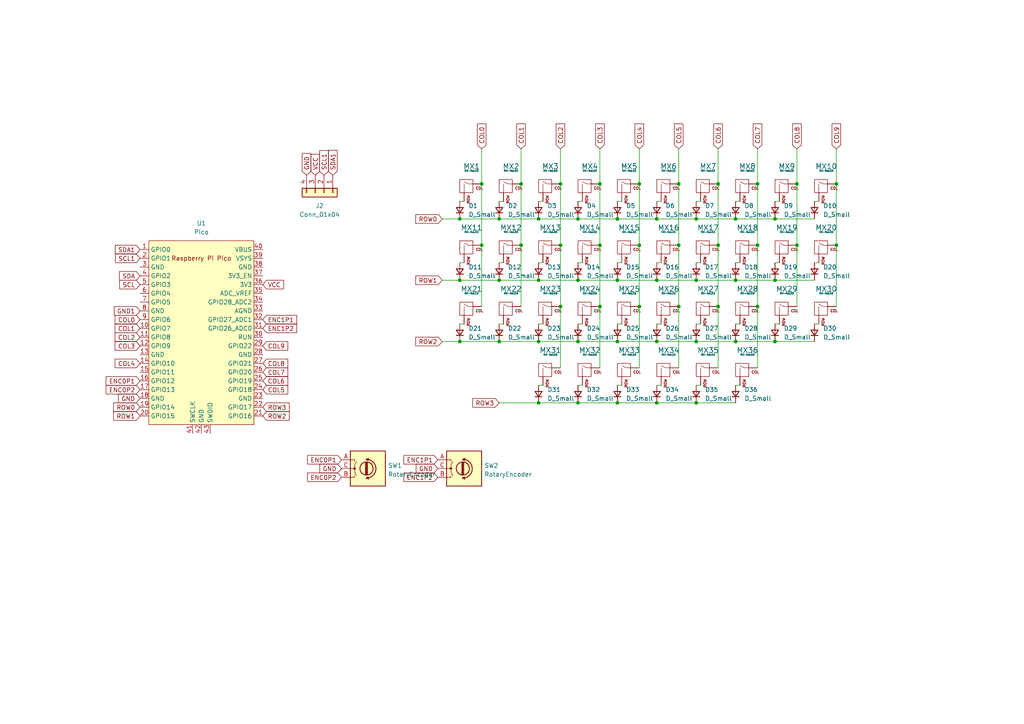
<source format=kicad_sch>
(kicad_sch (version 20211123) (generator eeschema)
  (paper "A4")
  (lib_symbols
    (symbol "Connector_Generic:Conn_01x04" (pin_names (offset 1.016) hide)
      (property "Reference" "J" (at 0 5.08 0))
      (property "Value" "Conn_01x04" (at 0 -7.62 0))
      (symbol "Conn_01x04_1_1"
        (rectangle (start -1.27 -4.953) (end 0 -5.207) (stroke (width 0.1524)))
        (rectangle (start -1.27 -2.413) (end 0 -2.667) (stroke (width 0.1524)))
        (rectangle (start -1.27 0.127) (end 0 -0.127) (stroke (width 0.1524)))
        (rectangle (start -1.27 2.667) (end 0 2.413) (stroke (width 0.1524)))
        (rectangle (start -1.27 3.81) (end 1.27 -6.35) (stroke (width 0.254)) (fill (type background)))
        (pin passive line (at -5.08 2.54 0) (length 3.81) (name "Pin_1") (number "1"))
        (pin passive line (at -5.08 0 0) (length 3.81) (name "Pin_2") (number "2"))
        (pin passive line (at -5.08 -2.54 0) (length 3.81) (name "Pin_3") (number "3"))
        (pin passive line (at -5.08 -5.08 0) (length 3.81) (name "Pin_4") (number "4"))
      )
    )
    (symbol "Device:D_Small" (pin_numbers hide) (pin_names (offset 0.254) hide)
      (property "Reference" "D" (at -1.27 2.032 0))
      (property "Value" "D_Small" (at -3.81 -2.032 0))
      (symbol "D_Small_0_1"
        (polyline (pts (xy -0.762 -1.016) (xy -0.762 1.016)) (stroke (width 0.254)))
        (polyline (pts (xy -0.762 0) (xy 0.762 0)))
        (polyline (pts (xy 0.762 -1.016) (xy -0.762 0) (xy 0.762 1.016) (xy 0.762 -1.016)) (stroke (width 0.254)))
      )
      (symbol "D_Small_1_1"
        (pin passive line (at -2.54 0 0) (length 1.778) (name "K") (number "1"))
        (pin passive line (at 2.54 0 180) (length 1.778) (name "A") (number "2"))
      )
    )
    (symbol "Device:RotaryEncoder" (pin_names (offset 0.254) hide)
      (property "Reference" "SW" (at 0 6.604 0))
      (property "Value" "RotaryEncoder" (at 0 -6.604 0))
      (symbol "RotaryEncoder_0_1"
        (rectangle (start -5.08 5.08) (end 5.08 -5.08) (stroke (width 0.254)) (fill (type background)))
        (circle (center -3.81 0) (radius 0.254) (fill (type outline)))
        (arc (start -0.381 -2.794) (mid 2.3622 -0.0508) (end -0.381 2.667) (stroke (width 0.254)))
        (circle (center -0.381 0) (radius 1.905) (stroke (width 0.254)))
        (polyline (pts (xy -0.635 -1.778) (xy -0.635 1.778)) (stroke (width 0.254)))
        (polyline (pts (xy -0.381 -1.778) (xy -0.381 1.778)) (stroke (width 0.254)))
        (polyline (pts (xy -0.127 1.778) (xy -0.127 -1.778)) (stroke (width 0.254)))
        (polyline (pts (xy -5.08 -2.54) (xy -3.81 -2.54) (xy -3.81 -2.032)))
        (polyline (pts (xy -5.08 2.54) (xy -3.81 2.54) (xy -3.81 2.032)))
        (polyline (pts (xy 0.254 -3.048) (xy -0.508 -2.794) (xy 0.127 -2.413)) (stroke (width 0.254)))
        (polyline (pts (xy 0.254 2.921) (xy -0.508 2.667) (xy 0.127 2.286)) (stroke (width 0.254)))
        (polyline (pts (xy -5.08 0) (xy -3.81 0) (xy -3.81 -1.016) (xy -3.302 -2.032)))
        (polyline (pts (xy -4.318 0) (xy -3.81 0) (xy -3.81 1.016) (xy -3.302 2.032)))
      )
      (symbol "RotaryEncoder_1_1"
        (pin passive line (at -7.62 2.54 0) (length 2.54) (name "A") (number "A"))
        (pin passive line (at -7.62 -2.54 0) (length 2.54) (name "B") (number "B"))
        (pin passive line (at -7.62 0 0) (length 2.54) (name "C") (number "C"))
      )
    )
    (symbol "MCU_RaspberryPi_and_Boards:Pico"
      (property "Reference" "U" (at -13.97 27.94 0))
      (property "Value" "Pico" (at 0 19.05 0))
      (symbol "Pico_0_0"
        (text "Raspberry Pi Pico" (at 0 21.59 0) (effects (font (size 1.27 1.27))))
      )
      (symbol "Pico_0_1"
        (rectangle (start -15.24 26.67) (end 15.24 -26.67) (fill (type background)))
      )
      (symbol "Pico_1_1"
        (pin bidirectional line (at -17.78 24.13 0) (length 2.54) (name "GPIO0") (number "1"))
        (pin bidirectional line (at -17.78 1.27 0) (length 2.54) (name "GPIO7") (number "10"))
        (pin bidirectional line (at -17.78 -1.27 0) (length 2.54) (name "GPIO8") (number "11"))
        (pin bidirectional line (at -17.78 -3.81 0) (length 2.54) (name "GPIO9") (number "12"))
        (pin power_in line (at -17.78 -6.35 0) (length 2.54) (name "GND") (number "13"))
        (pin bidirectional line (at -17.78 -8.89 0) (length 2.54) (name "GPIO10") (number "14"))
        (pin bidirectional line (at -17.78 -11.43 0) (length 2.54) (name "GPIO11") (number "15"))
        (pin bidirectional line (at -17.78 -13.97 0) (length 2.54) (name "GPIO12") (number "16"))
        (pin bidirectional line (at -17.78 -16.51 0) (length 2.54) (name "GPIO13") (number "17"))
        (pin power_in line (at -17.78 -19.05 0) (length 2.54) (name "GND") (number "18"))
        (pin bidirectional line (at -17.78 -21.59 0) (length 2.54) (name "GPIO14") (number "19"))
        (pin bidirectional line (at -17.78 21.59 0) (length 2.54) (name "GPIO1") (number "2"))
        (pin bidirectional line (at -17.78 -24.13 0) (length 2.54) (name "GPIO15") (number "20"))
        (pin bidirectional line (at 17.78 -24.13 180) (length 2.54) (name "GPIO16") (number "21"))
        (pin bidirectional line (at 17.78 -21.59 180) (length 2.54) (name "GPIO17") (number "22"))
        (pin power_in line (at 17.78 -19.05 180) (length 2.54) (name "GND") (number "23"))
        (pin bidirectional line (at 17.78 -16.51 180) (length 2.54) (name "GPIO18") (number "24"))
        (pin bidirectional line (at 17.78 -13.97 180) (length 2.54) (name "GPIO19") (number "25"))
        (pin bidirectional line (at 17.78 -11.43 180) (length 2.54) (name "GPIO20") (number "26"))
        (pin bidirectional line (at 17.78 -8.89 180) (length 2.54) (name "GPIO21") (number "27"))
        (pin power_in line (at 17.78 -6.35 180) (length 2.54) (name "GND") (number "28"))
        (pin bidirectional line (at 17.78 -3.81 180) (length 2.54) (name "GPIO22") (number "29"))
        (pin power_in line (at -17.78 19.05 0) (length 2.54) (name "GND") (number "3"))
        (pin input line (at 17.78 -1.27 180) (length 2.54) (name "RUN") (number "30"))
        (pin bidirectional line (at 17.78 1.27 180) (length 2.54) (name "GPIO26_ADC0") (number "31"))
        (pin bidirectional line (at 17.78 3.81 180) (length 2.54) (name "GPIO27_ADC1") (number "32"))
        (pin power_in line (at 17.78 6.35 180) (length 2.54) (name "AGND") (number "33"))
        (pin bidirectional line (at 17.78 8.89 180) (length 2.54) (name "GPIO28_ADC2") (number "34"))
        (pin power_in line (at 17.78 11.43 180) (length 2.54) (name "ADC_VREF") (number "35"))
        (pin power_in line (at 17.78 13.97 180) (length 2.54) (name "3V3") (number "36"))
        (pin input line (at 17.78 16.51 180) (length 2.54) (name "3V3_EN") (number "37"))
        (pin bidirectional line (at 17.78 19.05 180) (length 2.54) (name "GND") (number "38"))
        (pin power_in line (at 17.78 21.59 180) (length 2.54) (name "VSYS") (number "39"))
        (pin bidirectional line (at -17.78 16.51 0) (length 2.54) (name "GPIO2") (number "4"))
        (pin power_in line (at 17.78 24.13 180) (length 2.54) (name "VBUS") (number "40"))
        (pin input line (at -2.54 -29.21 90) (length 2.54) (name "SWCLK") (number "41"))
        (pin power_in line (at 0 -29.21 90) (length 2.54) (name "GND") (number "42"))
        (pin bidirectional line (at 2.54 -29.21 90) (length 2.54) (name "SWDIO") (number "43"))
        (pin bidirectional line (at -17.78 13.97 0) (length 2.54) (name "GPIO3") (number "5"))
        (pin bidirectional line (at -17.78 11.43 0) (length 2.54) (name "GPIO4") (number "6"))
        (pin bidirectional line (at -17.78 8.89 0) (length 2.54) (name "GPIO5") (number "7"))
        (pin power_in line (at -17.78 6.35 0) (length 2.54) (name "GND") (number "8"))
        (pin bidirectional line (at -17.78 3.81 0) (length 2.54) (name "GPIO6") (number "9"))
      )
    )
    (symbol "MX_Alps_Hybrid:MX-NoLED" (pin_names (offset 1.016))
      (property "Reference" "MX" (at -0.635 3.81 0))
      (property "Value" "MX-NoLED" (at -0.635 1.27 0))
      (symbol "MX-NoLED_0_0"
        (rectangle (start -2.54 2.54) (end 1.27 -1.27))
        (polyline (pts (xy -1.27 -1.27) (xy -1.27 1.27)) (stroke (width 0.127)))
        (polyline (pts (xy 1.27 1.27) (xy 0 1.27) (xy -1.27 1.905)) (stroke (width 0.127)))
        (text "COL" (at 3.175 0 0) (effects (font (size 0.762 0.762))))
        (text "ROW" (at 0 -1.905 900) (effects (font (size 0.762 0.762)) (justify right)))
      )
      (symbol "MX-NoLED_1_1"
        (pin passive line (at 3.81 1.27 180) (length 2.54) (name "COL") (number "1"))
        (pin passive line (at -1.27 -3.81 90) (length 2.54) (name "ROW") (number "2"))
      )
    )
  )
  (junction (at 179.07 81.28))
  (junction (at 144.78 99.06))
  (junction (at 156.21 116.84))
  (junction (at 167.64 99.06))
  (junction (at 190.5 116.84))
  (junction (at 224.79 99.06))
  (junction (at 139.7 53.34))
  (junction (at 173.99 71.12))
  (junction (at 167.64 81.28))
  (junction (at 139.7 71.12))
  (junction (at 173.99 88.9))
  (junction (at 167.64 116.84))
  (junction (at 179.07 63.5))
  (junction (at 179.07 116.84))
  (junction (at 213.36 81.28))
  (junction (at 167.64 63.5))
  (junction (at 190.5 63.5))
  (junction (at 133.35 99.06))
  (junction (at 219.71 88.9))
  (junction (at 208.28 53.34))
  (junction (at 185.42 53.34))
  (junction (at 156.21 99.06))
  (junction (at 242.57 53.34))
  (junction (at 219.71 53.34))
  (junction (at 144.78 63.5))
  (junction (at 133.35 63.5))
  (junction (at 179.07 99.06))
  (junction (at 162.56 88.9))
  (junction (at 190.5 81.28))
  (junction (at 213.36 63.5))
  (junction (at 151.13 71.12))
  (junction (at 201.93 63.5))
  (junction (at 156.21 81.28))
  (junction (at 231.14 71.12))
  (junction (at 219.71 71.12))
  (junction (at 201.93 116.84))
  (junction (at 185.42 71.12))
  (junction (at 208.28 88.9))
  (junction (at 162.56 71.12))
  (junction (at 151.13 53.34))
  (junction (at 196.85 53.34))
  (junction (at 201.93 99.06))
  (junction (at 242.57 71.12))
  (junction (at 190.5 99.06))
  (junction (at 224.79 81.28))
  (junction (at 156.21 63.5))
  (junction (at 224.79 63.5))
  (junction (at 133.35 81.28))
  (junction (at 196.85 71.12))
  (junction (at 201.93 81.28))
  (junction (at 144.78 81.28))
  (junction (at 185.42 88.9))
  (junction (at 162.56 53.34))
  (junction (at 231.14 53.34))
  (junction (at 196.85 88.9))
  (junction (at 208.28 71.12))
  (junction (at 213.36 99.06))
  (junction (at 173.99 53.34))
  (wire (pts (xy 208.28 71.12) (xy 208.28 88.9)))
  (wire (pts (xy 144.78 58.42) (xy 146.05 58.42)))
  (wire (pts (xy 231.14 53.34) (xy 231.14 71.12)))
  (wire (pts (xy 190.5 99.06) (xy 201.93 99.06)))
  (wire (pts (xy 201.93 111.76) (xy 203.2 111.76)))
  (wire (pts (xy 242.57 71.12) (xy 242.57 88.9)))
  (wire (pts (xy 179.07 58.42) (xy 180.34 58.42)))
  (wire (pts (xy 173.99 88.9) (xy 173.99 106.68)))
  (wire (pts (xy 179.07 111.76) (xy 180.34 111.76)))
  (wire (pts (xy 162.56 88.9) (xy 162.56 106.68)))
  (wire (pts (xy 167.64 111.76) (xy 168.91 111.76)))
  (wire (pts (xy 167.64 76.2) (xy 168.91 76.2)))
  (wire (pts (xy 201.93 116.84) (xy 213.36 116.84)))
  (wire (pts (xy 201.93 93.98) (xy 203.2 93.98)))
  (wire (pts (xy 231.14 43.18) (xy 231.14 53.34)))
  (wire (pts (xy 162.56 71.12) (xy 162.56 88.9)))
  (wire (pts (xy 167.64 81.28) (xy 179.07 81.28)))
  (wire (pts (xy 151.13 43.18) (xy 151.13 53.34)))
  (wire (pts (xy 208.28 53.34) (xy 208.28 71.12)))
  (wire (pts (xy 139.7 71.12) (xy 139.7 88.9)))
  (wire (pts (xy 156.21 58.42) (xy 157.48 58.42)))
  (wire (pts (xy 156.21 116.84) (xy 167.64 116.84)))
  (wire (pts (xy 179.07 81.28) (xy 190.5 81.28)))
  (wire (pts (xy 156.21 63.5) (xy 167.64 63.5)))
  (wire (pts (xy 133.35 58.42) (xy 134.62 58.42)))
  (wire (pts (xy 190.5 93.98) (xy 191.77 93.98)))
  (wire (pts (xy 236.22 76.2) (xy 237.49 76.2)))
  (wire (pts (xy 167.64 116.84) (xy 179.07 116.84)))
  (wire (pts (xy 201.93 63.5) (xy 213.36 63.5)))
  (wire (pts (xy 167.64 99.06) (xy 179.07 99.06)))
  (wire (pts (xy 208.28 88.9) (xy 208.28 106.68)))
  (wire (pts (xy 133.35 93.98) (xy 134.62 93.98)))
  (wire (pts (xy 236.22 93.98) (xy 237.49 93.98)))
  (wire (pts (xy 179.07 76.2) (xy 180.34 76.2)))
  (wire (pts (xy 196.85 71.12) (xy 196.85 88.9)))
  (wire (pts (xy 173.99 71.12) (xy 173.99 88.9)))
  (wire (pts (xy 179.07 116.84) (xy 190.5 116.84)))
  (wire (pts (xy 224.79 76.2) (xy 226.06 76.2)))
  (wire (pts (xy 128.27 63.5) (xy 133.35 63.5)))
  (wire (pts (xy 156.21 81.28) (xy 167.64 81.28)))
  (wire (pts (xy 133.35 81.28) (xy 144.78 81.28)))
  (wire (pts (xy 162.56 43.18) (xy 162.56 53.34)))
  (wire (pts (xy 213.36 111.76) (xy 214.63 111.76)))
  (wire (pts (xy 201.93 99.06) (xy 213.36 99.06)))
  (wire (pts (xy 185.42 88.9) (xy 185.42 106.68)))
  (wire (pts (xy 201.93 58.42) (xy 203.2 58.42)))
  (wire (pts (xy 213.36 76.2) (xy 214.63 76.2)))
  (wire (pts (xy 156.21 93.98) (xy 157.48 93.98)))
  (wire (pts (xy 139.7 43.18) (xy 139.7 53.34)))
  (wire (pts (xy 144.78 81.28) (xy 156.21 81.28)))
  (wire (pts (xy 236.22 58.42) (xy 237.49 58.42)))
  (wire (pts (xy 224.79 58.42) (xy 226.06 58.42)))
  (wire (pts (xy 162.56 53.34) (xy 162.56 71.12)))
  (wire (pts (xy 219.71 53.34) (xy 219.71 71.12)))
  (wire (pts (xy 156.21 99.06) (xy 167.64 99.06)))
  (wire (pts (xy 219.71 43.18) (xy 219.71 53.34)))
  (wire (pts (xy 201.93 76.2) (xy 203.2 76.2)))
  (wire (pts (xy 190.5 81.28) (xy 201.93 81.28)))
  (wire (pts (xy 128.27 81.28) (xy 133.35 81.28)))
  (wire (pts (xy 190.5 116.84) (xy 201.93 116.84)))
  (wire (pts (xy 196.85 53.34) (xy 196.85 71.12)))
  (wire (pts (xy 133.35 63.5) (xy 144.78 63.5)))
  (wire (pts (xy 224.79 93.98) (xy 226.06 93.98)))
  (wire (pts (xy 156.21 76.2) (xy 157.48 76.2)))
  (wire (pts (xy 190.5 76.2) (xy 191.77 76.2)))
  (wire (pts (xy 185.42 71.12) (xy 185.42 88.9)))
  (wire (pts (xy 219.71 71.12) (xy 219.71 88.9)))
  (wire (pts (xy 173.99 53.34) (xy 173.99 71.12)))
  (wire (pts (xy 190.5 58.42) (xy 191.77 58.42)))
  (wire (pts (xy 213.36 93.98) (xy 214.63 93.98)))
  (wire (pts (xy 144.78 99.06) (xy 156.21 99.06)))
  (wire (pts (xy 196.85 43.18) (xy 196.85 53.34)))
  (wire (pts (xy 224.79 81.28) (xy 236.22 81.28)))
  (wire (pts (xy 128.27 99.06) (xy 133.35 99.06)))
  (wire (pts (xy 133.35 99.06) (xy 144.78 99.06)))
  (wire (pts (xy 167.64 63.5) (xy 179.07 63.5)))
  (wire (pts (xy 179.07 99.06) (xy 190.5 99.06)))
  (wire (pts (xy 139.7 53.34) (xy 139.7 71.12)))
  (wire (pts (xy 151.13 71.12) (xy 151.13 88.9)))
  (wire (pts (xy 213.36 99.06) (xy 224.79 99.06)))
  (wire (pts (xy 196.85 88.9) (xy 196.85 106.68)))
  (wire (pts (xy 213.36 81.28) (xy 224.79 81.28)))
  (wire (pts (xy 224.79 99.06) (xy 236.22 99.06)))
  (wire (pts (xy 173.99 43.18) (xy 173.99 53.34)))
  (wire (pts (xy 144.78 93.98) (xy 146.05 93.98)))
  (wire (pts (xy 224.79 63.5) (xy 236.22 63.5)))
  (wire (pts (xy 185.42 53.34) (xy 185.42 71.12)))
  (wire (pts (xy 190.5 63.5) (xy 201.93 63.5)))
  (wire (pts (xy 144.78 116.84) (xy 156.21 116.84)))
  (wire (pts (xy 231.14 71.12) (xy 231.14 88.9)))
  (wire (pts (xy 208.28 43.18) (xy 208.28 53.34)))
  (wire (pts (xy 213.36 58.42) (xy 214.63 58.42)))
  (wire (pts (xy 144.78 63.5) (xy 156.21 63.5)))
  (wire (pts (xy 219.71 88.9) (xy 219.71 106.68)))
  (wire (pts (xy 144.78 76.2) (xy 146.05 76.2)))
  (wire (pts (xy 167.64 93.98) (xy 168.91 93.98)))
  (wire (pts (xy 190.5 111.76) (xy 191.77 111.76)))
  (wire (pts (xy 156.21 111.76) (xy 157.48 111.76)))
  (wire (pts (xy 151.13 53.34) (xy 151.13 71.12)))
  (wire (pts (xy 179.07 93.98) (xy 180.34 93.98)))
  (wire (pts (xy 167.64 58.42) (xy 168.91 58.42)))
  (wire (pts (xy 185.42 43.18) (xy 185.42 53.34)))
  (wire (pts (xy 242.57 43.18) (xy 242.57 53.34)))
  (wire (pts (xy 133.35 76.2) (xy 134.62 76.2)))
  (wire (pts (xy 179.07 63.5) (xy 190.5 63.5)))
  (wire (pts (xy 201.93 81.28) (xy 213.36 81.28)))
  (wire (pts (xy 213.36 63.5) (xy 224.79 63.5)))
  (wire (pts (xy 242.57 53.34) (xy 242.57 71.12)))
  (global_label "COL9" (shape input) (at 76.2 100.33 0) (property "Intersheet References" "${INTERSHEET_REFS}" (effects hide)))
  (global_label "ROW2" (shape input) (at 128.27 99.06 180) (property "Intersheet References" "${INTERSHEET_REFS}" (effects hide)))
  (global_label "COL1" (shape input) (at 40.64 95.25 180) (property "Intersheet References" "${INTERSHEET_REFS}" (effects hide)))
  (global_label "COL5" (shape input) (at 196.85 43.18 90) (property "Intersheet References" "${INTERSHEET_REFS}" (effects hide)))
  (global_label "COL8" (shape input) (at 231.14 43.18 90) (property "Intersheet References" "${INTERSHEET_REFS}" (effects hide)))
  (global_label "GND" (shape input) (at 99.06 135.89 180) (property "Intersheet References" "${INTERSHEET_REFS}" (effects hide)))
  (global_label "SCL1" (shape input) (at 40.64 74.93 180) (property "Intersheet References" "${INTERSHEET_REFS}" (effects hide)))
  (global_label "SCL1" (shape input) (at 93.98 50.8 90) (property "Intersheet References" "${INTERSHEET_REFS}" (effects hide)))
  (global_label "COL2" (shape input) (at 40.64 97.79 180) (property "Intersheet References" "${INTERSHEET_REFS}" (effects hide)))
  (global_label "SDA1" (shape input) (at 96.52 50.8 90) (property "Intersheet References" "${INTERSHEET_REFS}" (effects hide)))
  (global_label "COL6" (shape input) (at 208.28 43.18 90) (property "Intersheet References" "${INTERSHEET_REFS}" (effects hide)))
  (global_label "ENC0P1" (shape input) (at 99.06 133.35 180) (property "Intersheet References" "${INTERSHEET_REFS}" (effects hide)))
  (global_label "COL6" (shape input) (at 76.2 110.49 0) (property "Intersheet References" "${INTERSHEET_REFS}" (effects hide)))
  (global_label "COL9" (shape input) (at 242.57 43.18 90) (property "Intersheet References" "${INTERSHEET_REFS}" (effects hide)))
  (global_label "ENC1P2" (shape input) (at 127 138.43 180) (property "Intersheet References" "${INTERSHEET_REFS}" (effects hide)))
  (global_label "ROW3" (shape input) (at 76.2 118.11 0) (property "Intersheet References" "${INTERSHEET_REFS}" (effects hide)))
  (global_label "COL7" (shape input) (at 76.2 107.95 0) (property "Intersheet References" "${INTERSHEET_REFS}" (effects hide)))
  (global_label "COL8" (shape input) (at 76.2 105.41 0) (property "Intersheet References" "${INTERSHEET_REFS}" (effects hide)))
  (global_label "COL1" (shape input) (at 151.13 43.18 90) (property "Intersheet References" "${INTERSHEET_REFS}" (effects hide)))
  (global_label "COL3" (shape input) (at 40.64 100.33 180) (property "Intersheet References" "${INTERSHEET_REFS}" (effects hide)))
  (global_label "ROW2" (shape input) (at 76.2 120.65 0) (property "Intersheet References" "${INTERSHEET_REFS}" (effects hide)))
  (global_label "ROW1" (shape input) (at 128.27 81.28 180) (property "Intersheet References" "${INTERSHEET_REFS}" (effects hide)))
  (global_label "SCL" (shape input) (at 40.64 82.55 180) (property "Intersheet References" "${INTERSHEET_REFS}" (effects hide)))
  (global_label "ENC0P2" (shape input) (at 99.06 138.43 180) (property "Intersheet References" "${INTERSHEET_REFS}" (effects hide)))
  (global_label "ENC0P2" (shape input) (at 40.64 113.03 180) (property "Intersheet References" "${INTERSHEET_REFS}" (effects hide)))
  (global_label "SDA" (shape input) (at 40.64 80.01 180) (property "Intersheet References" "${INTERSHEET_REFS}" (effects hide)))
  (global_label "GND" (shape input) (at 127 135.89 180) (property "Intersheet References" "${INTERSHEET_REFS}" (effects hide)))
  (global_label "GND" (shape input) (at 40.64 115.57 180) (property "Intersheet References" "${INTERSHEET_REFS}" (effects hide)))
  (global_label "COL2" (shape input) (at 162.56 43.18 90) (property "Intersheet References" "${INTERSHEET_REFS}" (effects hide)))
  (global_label "VCC" (shape input) (at 76.2 82.55 0) (property "Intersheet References" "${INTERSHEET_REFS}" (effects hide)))
  (global_label "ENC1P1" (shape input) (at 76.2 92.71 0) (property "Intersheet References" "${INTERSHEET_REFS}" (effects hide)))
  (global_label "VCC" (shape input) (at 91.44 50.8 90) (property "Intersheet References" "${INTERSHEET_REFS}" (effects hide)))
  (global_label "SDA1" (shape input) (at 40.64 72.39 180) (property "Intersheet References" "${INTERSHEET_REFS}" (effects hide)))
  (global_label "GND1" (shape input) (at 40.64 90.17 180) (property "Intersheet References" "${INTERSHEET_REFS}" (effects hide)))
  (global_label "COL3" (shape input) (at 173.99 43.18 90) (property "Intersheet References" "${INTERSHEET_REFS}" (effects hide)))
  (global_label "COL0" (shape input) (at 139.7 43.18 90) (property "Intersheet References" "${INTERSHEET_REFS}" (effects hide)))
  (global_label "COL5" (shape input) (at 76.2 113.03 0) (property "Intersheet References" "${INTERSHEET_REFS}" (effects hide)))
  (global_label "COL4" (shape input) (at 185.42 43.18 90) (property "Intersheet References" "${INTERSHEET_REFS}" (effects hide)))
  (global_label "ROW1" (shape input) (at 40.64 120.65 180) (property "Intersheet References" "${INTERSHEET_REFS}" (effects hide)))
  (global_label "ROW0" (shape input) (at 128.27 63.5 180) (property "Intersheet References" "${INTERSHEET_REFS}" (effects hide)))
  (global_label "ENC1P2" (shape input) (at 76.2 95.25 0) (property "Intersheet References" "${INTERSHEET_REFS}" (effects hide)))
  (global_label "COL0" (shape input) (at 40.64 92.71 180) (property "Intersheet References" "${INTERSHEET_REFS}" (effects hide)))
  (global_label "ROW3" (shape input) (at 144.78 116.84 180) (property "Intersheet References" "${INTERSHEET_REFS}" (effects hide)))
  (global_label "ROW0" (shape input) (at 40.64 118.11 180) (property "Intersheet References" "${INTERSHEET_REFS}" (effects hide)))
  (global_label "COL4" (shape input) (at 40.64 105.41 180) (property "Intersheet References" "${INTERSHEET_REFS}" (effects hide)))
  (global_label "ENC1P1" (shape input) (at 127 133.35 180) (property "Intersheet References" "${INTERSHEET_REFS}" (effects hide)))
  (global_label "GND" (shape input) (at 88.9 50.8 90) (property "Intersheet References" "${INTERSHEET_REFS}" (effects hide)))
  (global_label "COL7" (shape input) (at 219.71 43.18 90) (property "Intersheet References" "${INTERSHEET_REFS}" (effects hide)))
  (global_label "ENC0P1" (shape input) (at 40.64 110.49 180) (property "Intersheet References" "${INTERSHEET_REFS}" (effects hide)))
  (symbol (lib_id "MX_Alps_Hybrid:MX-NoLED") (at 181.61 107.95 0) (unit 1)
    (property "Reference" "MX33" (at 182.4956 101.6 0) (effects (font (size 1.524 1.524))))
    (property "Value" "MX-NoLED" (at 182.4956 102.87 0) (effects (font (size 0.508 0.508))))
    (property "Footprint" "Keebio-Parts:Kailh-PG1350-1u-NoLED" (effects hide))
  )
  (symbol (lib_id "MX_Alps_Hybrid:MX-NoLED") (at 181.61 90.17 0) (unit 1)
    (property "Reference" "MX25" (at 182.4956 83.82 0) (effects (font (size 1.524 1.524))))
    (property "Value" "MX-NoLED" (at 182.4956 85.09 0) (effects (font (size 0.508 0.508))))
    (property "Footprint" "Keebio-Parts:Kailh-PG1350-1u-NoLED" (effects hide))
  )
  (symbol (lib_id "Device:RotaryEncoder") (at 134.62 135.89 0) (unit 1)
    (property "Reference" "SW2" (at 140.462 135.0553 0) (effects (justify left)))
    (property "Value" "RotaryEncoder" (at 140.462 137.5922 0) (effects (justify left)))
    (property "Footprint" "Rotary_Encoder:RotaryEncoder_Alps_EC12E_Vertical_H20mm" (effects hide))
  )
  (symbol (lib_id "MX_Alps_Hybrid:MX-NoLED") (at 135.89 90.17 0) (unit 1)
    (property "Reference" "MX21" (at 136.7756 83.82 0) (effects (font (size 1.524 1.524))))
    (property "Value" "MX-NoLED" (at 136.7756 85.09 0) (effects (font (size 0.508 0.508))))
    (property "Footprint" "Keebio-Parts:Kailh-PG1350-1u-NoLED" (effects hide))
  )
  (symbol (lib_id "MX_Alps_Hybrid:MX-NoLED") (at 170.18 54.61 0) (unit 1)
    (property "Reference" "MX4" (at 171.0656 48.26 0) (effects (font (size 1.524 1.524))))
    (property "Value" "MX-NoLED" (at 171.0656 49.53 0) (effects (font (size 0.508 0.508))))
    (property "Footprint" "Keebio-Parts:Kailh-PG1350-1u-NoLED" (effects hide))
  )
  (symbol (lib_id "MX_Alps_Hybrid:MX-NoLED") (at 204.47 54.61 0) (unit 1)
    (property "Reference" "MX7" (at 205.3556 48.26 0) (effects (font (size 1.524 1.524))))
    (property "Value" "MX-NoLED" (at 205.3556 49.53 0) (effects (font (size 0.508 0.508))))
    (property "Footprint" "Keebio-Parts:Kailh-PG1350-1u-NoLED" (effects hide))
  )
  (symbol (lib_id "Device:D_Small") (at 201.93 96.52 90) (unit 1)
    (property "Reference" "D27" (at 204.47 95.2499 90) (effects (justify right)))
    (property "Value" "D_Small" (at 204.47 97.7899 90) (effects (justify right)))
    (property "Footprint" "Keebio-Parts:Diode-Hybrid-Back" (effects hide))
  )
  (symbol (lib_id "MX_Alps_Hybrid:MX-NoLED") (at 147.32 90.17 0) (unit 1)
    (property "Reference" "MX22" (at 148.2056 83.82 0) (effects (font (size 1.524 1.524))))
    (property "Value" "MX-NoLED" (at 148.2056 85.09 0) (effects (font (size 0.508 0.508))))
    (property "Footprint" "Keebio-Parts:Kailh-PG1350-1u-NoLED" (effects hide))
  )
  (symbol (lib_id "Device:D_Small") (at 167.64 60.96 90) (unit 1)
    (property "Reference" "D4" (at 170.18 59.6899 90) (effects (justify right)))
    (property "Value" "D_Small" (at 170.18 62.2299 90) (effects (justify right)))
    (property "Footprint" "Keebio-Parts:Diode-Hybrid-Back" (effects hide))
  )
  (symbol (lib_id "MX_Alps_Hybrid:MX-NoLED") (at 135.89 72.39 0) (unit 1)
    (property "Reference" "MX11" (at 136.7756 66.04 0) (effects (font (size 1.524 1.524))))
    (property "Value" "MX-NoLED" (at 136.7756 67.31 0) (effects (font (size 0.508 0.508))))
    (property "Footprint" "Keebio-Parts:Kailh-PG1350-1u-NoLED" (effects hide))
  )
  (symbol (lib_id "Connector_Generic:Conn_01x04") (at 93.98 55.88 270) (unit 1)
    (property "Reference" "J2" (at 92.71 59.69 90))
    (property "Value" "Conn_01x04" (at 92.71 62.23 90))
    (property "Footprint" "Connector_PinHeader_2.54mm:PinHeader_1x04_P2.54mm_Vertical" (effects hide))
  )
  (symbol (lib_id "MX_Alps_Hybrid:MX-NoLED") (at 158.75 90.17 0) (unit 1)
    (property "Reference" "MX23" (at 159.6356 83.82 0) (effects (font (size 1.524 1.524))))
    (property "Value" "MX-NoLED" (at 159.6356 85.09 0) (effects (font (size 0.508 0.508))))
    (property "Footprint" "Keebio-Parts:Kailh-PG1350-1u-NoLED" (effects hide))
  )
  (symbol (lib_id "MX_Alps_Hybrid:MX-NoLED") (at 158.75 54.61 0) (unit 1)
    (property "Reference" "MX3" (at 159.6356 48.26 0) (effects (font (size 1.524 1.524))))
    (property "Value" "MX-NoLED" (at 159.6356 49.53 0) (effects (font (size 0.508 0.508))))
    (property "Footprint" "Keebio-Parts:Kailh-PG1350-1u-NoLED" (effects hide))
  )
  (symbol (lib_id "Device:D_Small") (at 190.5 60.96 90) (unit 1)
    (property "Reference" "D6" (at 193.04 59.6899 90) (effects (justify right)))
    (property "Value" "D_Small" (at 193.04 62.2299 90) (effects (justify right)))
    (property "Footprint" "Keebio-Parts:Diode-Hybrid-Back" (effects hide))
  )
  (symbol (lib_id "MX_Alps_Hybrid:MX-NoLED") (at 238.76 54.61 0) (unit 1)
    (property "Reference" "MX10" (at 239.6456 48.26 0) (effects (font (size 1.524 1.524))))
    (property "Value" "MX-NoLED" (at 239.6456 49.53 0) (effects (font (size 0.508 0.508))))
    (property "Footprint" "Keebio-Parts:Kailh-PG1350-1u-NoLED" (effects hide))
  )
  (symbol (lib_id "MX_Alps_Hybrid:MX-NoLED") (at 193.04 107.95 0) (unit 1)
    (property "Reference" "MX34" (at 193.9256 101.6 0) (effects (font (size 1.524 1.524))))
    (property "Value" "MX-NoLED" (at 193.9256 102.87 0) (effects (font (size 0.508 0.508))))
    (property "Footprint" "Keebio-Parts:Kailh-PG1350-1u-NoLED" (effects hide))
  )
  (symbol (lib_id "MX_Alps_Hybrid:MX-NoLED") (at 181.61 72.39 0) (unit 1)
    (property "Reference" "MX15" (at 182.4956 66.04 0) (effects (font (size 1.524 1.524))))
    (property "Value" "MX-NoLED" (at 182.4956 67.31 0) (effects (font (size 0.508 0.508))))
    (property "Footprint" "Keebio-Parts:Kailh-PG1350-1u-NoLED" (effects hide))
  )
  (symbol (lib_id "MX_Alps_Hybrid:MX-NoLED") (at 147.32 54.61 0) (unit 1)
    (property "Reference" "MX2" (at 148.2056 48.26 0) (effects (font (size 1.524 1.524))))
    (property "Value" "MX-NoLED" (at 148.2056 49.53 0) (effects (font (size 0.508 0.508))))
    (property "Footprint" "Keebio-Parts:Kailh-PG1350-1u-NoLED" (effects hide))
  )
  (symbol (lib_id "MX_Alps_Hybrid:MX-NoLED") (at 135.89 54.61 0) (unit 1)
    (property "Reference" "MX1" (at 136.7756 48.26 0) (effects (font (size 1.524 1.524))))
    (property "Value" "MX-NoLED" (at 136.7756 49.53 0) (effects (font (size 0.508 0.508))))
    (property "Footprint" "Keebio-Parts:Kailh-PG1350-1u-NoLED" (effects hide))
  )
  (symbol (lib_id "Device:D_Small") (at 179.07 78.74 90) (unit 1)
    (property "Reference" "D15" (at 181.61 77.4699 90) (effects (justify right)))
    (property "Value" "D_Small" (at 181.61 80.0099 90) (effects (justify right)))
    (property "Footprint" "Keebio-Parts:Diode-Hybrid-Back" (effects hide))
  )
  (symbol (lib_id "Device:D_Small") (at 213.36 78.74 90) (unit 1)
    (property "Reference" "D18" (at 215.9 77.4699 90) (effects (justify right)))
    (property "Value" "D_Small" (at 215.9 80.0099 90) (effects (justify right)))
    (property "Footprint" "Keebio-Parts:Diode-Hybrid-Back" (effects hide))
  )
  (symbol (lib_id "MX_Alps_Hybrid:MX-NoLED") (at 193.04 54.61 0) (unit 1)
    (property "Reference" "MX6" (at 193.9256 48.26 0) (effects (font (size 1.524 1.524))))
    (property "Value" "MX-NoLED" (at 193.9256 49.53 0) (effects (font (size 0.508 0.508))))
    (property "Footprint" "Keebio-Parts:Kailh-PG1350-1u-NoLED" (effects hide))
  )
  (symbol (lib_id "MX_Alps_Hybrid:MX-NoLED") (at 238.76 90.17 0) (unit 1)
    (property "Reference" "MX30" (at 239.6456 83.82 0) (effects (font (size 1.524 1.524))))
    (property "Value" "MX-NoLED" (at 239.6456 85.09 0) (effects (font (size 0.508 0.508))))
    (property "Footprint" "Keebio-Parts:Kailh-PG1350-1u-NoLED" (effects hide))
  )
  (symbol (lib_id "MX_Alps_Hybrid:MX-NoLED") (at 181.61 54.61 0) (unit 1)
    (property "Reference" "MX5" (at 182.4956 48.26 0) (effects (font (size 1.524 1.524))))
    (property "Value" "MX-NoLED" (at 182.4956 49.53 0) (effects (font (size 0.508 0.508))))
    (property "Footprint" "Keebio-Parts:Kailh-PG1350-1u-NoLED" (effects hide))
  )
  (symbol (lib_id "Device:RotaryEncoder") (at 106.68 135.89 0) (unit 1)
    (property "Reference" "SW1" (at 112.522 135.0553 0) (effects (justify left)))
    (property "Value" "RotaryEncoder" (at 112.522 137.5922 0) (effects (justify left)))
    (property "Footprint" "Rotary_Encoder:RotaryEncoder_Alps_EC12E_Vertical_H20mm" (effects hide))
  )
  (symbol (lib_id "MCU_RaspberryPi_and_Boards:Pico") (at 58.42 96.52 0) (unit 1)
    (property "Reference" "U1" (at 58.42 64.77 0))
    (property "Value" "Pico" (at 58.42 67.31 0))
    (property "Footprint" "MCU_RaspberryPi_and_Boards:RPi_Pico_SMD_TH" (effects hide))
  )
  (symbol (lib_id "MX_Alps_Hybrid:MX-NoLED") (at 147.32 72.39 0) (unit 1)
    (property "Reference" "MX12" (at 148.2056 66.04 0) (effects (font (size 1.524 1.524))))
    (property "Value" "MX-NoLED" (at 148.2056 67.31 0) (effects (font (size 0.508 0.508))))
    (property "Footprint" "Keebio-Parts:Kailh-PG1350-1u-NoLED" (effects hide))
  )
  (symbol (lib_id "Device:D_Small") (at 224.79 78.74 90) (unit 1)
    (property "Reference" "D19" (at 227.33 77.4699 90) (effects (justify right)))
    (property "Value" "D_Small" (at 227.33 80.0099 90) (effects (justify right)))
    (property "Footprint" "Keebio-Parts:Diode-Hybrid-Back" (effects hide))
  )
  (symbol (lib_id "MX_Alps_Hybrid:MX-NoLED") (at 215.9 107.95 0) (unit 1)
    (property "Reference" "MX36" (at 216.7856 101.6 0) (effects (font (size 1.524 1.524))))
    (property "Value" "MX-NoLED" (at 216.7856 102.87 0) (effects (font (size 0.508 0.508))))
    (property "Footprint" "Keebio-Parts:Kailh-PG1350-1u-NoLED" (effects hide))
  )
  (symbol (lib_id "Device:D_Small") (at 201.93 114.3 90) (unit 1)
    (property "Reference" "D35" (at 204.47 113.0299 90) (effects (justify right)))
    (property "Value" "D_Small" (at 204.47 115.5699 90) (effects (justify right)))
    (property "Footprint" "Keebio-Parts:Diode-Hybrid-Back" (effects hide))
  )
  (symbol (lib_id "MX_Alps_Hybrid:MX-NoLED") (at 204.47 107.95 0) (unit 1)
    (property "Reference" "MX35" (at 205.3556 101.6 0) (effects (font (size 1.524 1.524))))
    (property "Value" "MX-NoLED" (at 205.3556 102.87 0) (effects (font (size 0.508 0.508))))
    (property "Footprint" "Keebio-Parts:Kailh-PG1350-1u-NoLED" (effects hide))
  )
  (symbol (lib_id "Device:D_Small") (at 167.64 96.52 90) (unit 1)
    (property "Reference" "D24" (at 170.18 95.2499 90) (effects (justify right)))
    (property "Value" "D_Small" (at 170.18 97.7899 90) (effects (justify right)))
    (property "Footprint" "Keebio-Parts:Diode-Hybrid-Back" (effects hide))
  )
  (symbol (lib_id "Device:D_Small") (at 133.35 60.96 90) (unit 1)
    (property "Reference" "D1" (at 135.89 59.6899 90) (effects (justify right)))
    (property "Value" "D_Small" (at 135.89 62.2299 90) (effects (justify right)))
    (property "Footprint" "Keebio-Parts:Diode-Hybrid-Back" (effects hide))
  )
  (symbol (lib_id "Device:D_Small") (at 213.36 60.96 90) (unit 1)
    (property "Reference" "D8" (at 215.9 59.6899 90) (effects (justify right)))
    (property "Value" "D_Small" (at 215.9 62.2299 90) (effects (justify right)))
    (property "Footprint" "Keebio-Parts:Diode-Hybrid-Back" (effects hide))
  )
  (symbol (lib_id "Device:D_Small") (at 167.64 78.74 90) (unit 1)
    (property "Reference" "D14" (at 170.18 77.4699 90) (effects (justify right)))
    (property "Value" "D_Small" (at 170.18 80.0099 90) (effects (justify right)))
    (property "Footprint" "Keebio-Parts:Diode-Hybrid-Back" (effects hide))
  )
  (symbol (lib_id "Device:D_Small") (at 167.64 114.3 90) (unit 1)
    (property "Reference" "D32" (at 170.18 113.0299 90) (effects (justify right)))
    (property "Value" "D_Small" (at 170.18 115.5699 90) (effects (justify right)))
    (property "Footprint" "Keebio-Parts:Diode-Hybrid-Back" (effects hide))
  )
  (symbol (lib_id "Device:D_Small") (at 213.36 114.3 90) (unit 1)
    (property "Reference" "D36" (at 215.9 113.0299 90) (effects (justify right)))
    (property "Value" "D_Small" (at 215.9 115.5699 90) (effects (justify right)))
    (property "Footprint" "Keebio-Parts:Diode-Hybrid-Back" (effects hide))
  )
  (symbol (lib_id "Device:D_Small") (at 236.22 60.96 90) (unit 1)
    (property "Reference" "D10" (at 238.76 59.6899 90) (effects (justify right)))
    (property "Value" "D_Small" (at 238.76 62.2299 90) (effects (justify right)))
    (property "Footprint" "Keebio-Parts:Diode-Hybrid-Back" (effects hide))
  )
  (symbol (lib_id "Device:D_Small") (at 156.21 114.3 90) (unit 1)
    (property "Reference" "D31" (at 158.75 113.0299 90) (effects (justify right)))
    (property "Value" "D_Small" (at 158.75 115.5699 90) (effects (justify right)))
    (property "Footprint" "Keebio-Parts:Diode-Hybrid-Back" (effects hide))
  )
  (symbol (lib_id "Device:D_Small") (at 236.22 78.74 90) (unit 1)
    (property "Reference" "D20" (at 238.76 77.4699 90) (effects (justify right)))
    (property "Value" "D_Small" (at 238.76 80.0099 90) (effects (justify right)))
    (property "Footprint" "Keebio-Parts:Diode-Hybrid-Back" (effects hide))
  )
  (symbol (lib_id "MX_Alps_Hybrid:MX-NoLED") (at 238.76 72.39 0) (unit 1)
    (property "Reference" "MX20" (at 239.6456 66.04 0) (effects (font (size 1.524 1.524))))
    (property "Value" "MX-NoLED" (at 239.6456 67.31 0) (effects (font (size 0.508 0.508))))
    (property "Footprint" "Keebio-Parts:Kailh-PG1350-1u-NoLED" (effects hide))
  )
  (symbol (lib_id "MX_Alps_Hybrid:MX-NoLED") (at 215.9 54.61 0) (unit 1)
    (property "Reference" "MX8" (at 216.7856 48.26 0) (effects (font (size 1.524 1.524))))
    (property "Value" "MX-NoLED" (at 216.7856 49.53 0) (effects (font (size 0.508 0.508))))
    (property "Footprint" "Keebio-Parts:Kailh-PG1350-1u-NoLED" (effects hide))
  )
  (symbol (lib_id "Device:D_Small") (at 224.79 96.52 90) (unit 1)
    (property "Reference" "D29" (at 227.33 95.2499 90) (effects (justify right)))
    (property "Value" "D_Small" (at 227.33 97.7899 90) (effects (justify right)))
    (property "Footprint" "Keebio-Parts:Diode-Hybrid-Back" (effects hide))
  )
  (symbol (lib_id "Device:D_Small") (at 190.5 78.74 90) (unit 1)
    (property "Reference" "D16" (at 193.04 77.4699 90) (effects (justify right)))
    (property "Value" "D_Small" (at 193.04 80.0099 90) (effects (justify right)))
    (property "Footprint" "Keebio-Parts:Diode-Hybrid-Back" (effects hide))
  )
  (symbol (lib_id "MX_Alps_Hybrid:MX-NoLED") (at 170.18 107.95 0) (unit 1)
    (property "Reference" "MX32" (at 171.0656 101.6 0) (effects (font (size 1.524 1.524))))
    (property "Value" "MX-NoLED" (at 171.0656 102.87 0) (effects (font (size 0.508 0.508))))
    (property "Footprint" "Keebio-Parts:Kailh-PG1350-1u-NoLED" (effects hide))
  )
  (symbol (lib_id "MX_Alps_Hybrid:MX-NoLED") (at 170.18 72.39 0) (unit 1)
    (property "Reference" "MX14" (at 171.0656 66.04 0) (effects (font (size 1.524 1.524))))
    (property "Value" "MX-NoLED" (at 171.0656 67.31 0) (effects (font (size 0.508 0.508))))
    (property "Footprint" "Keebio-Parts:Kailh-PG1350-1u-NoLED" (effects hide))
  )
  (symbol (lib_id "MX_Alps_Hybrid:MX-NoLED") (at 227.33 54.61 0) (unit 1)
    (property "Reference" "MX9" (at 228.2156 48.26 0) (effects (font (size 1.524 1.524))))
    (property "Value" "MX-NoLED" (at 228.2156 49.53 0) (effects (font (size 0.508 0.508))))
    (property "Footprint" "Keebio-Parts:Kailh-PG1350-1u-NoLED" (effects hide))
  )
  (symbol (lib_id "Device:D_Small") (at 213.36 96.52 90) (unit 1)
    (property "Reference" "D28" (at 215.9 95.2499 90) (effects (justify right)))
    (property "Value" "D_Small" (at 215.9 97.7899 90) (effects (justify right)))
    (property "Footprint" "Keebio-Parts:Diode-Hybrid-Back" (effects hide))
  )
  (symbol (lib_id "Device:D_Small") (at 144.78 60.96 90) (unit 1)
    (property "Reference" "D2" (at 147.32 59.6899 90) (effects (justify right)))
    (property "Value" "D_Small" (at 147.32 62.2299 90) (effects (justify right)))
    (property "Footprint" "Keebio-Parts:Diode-Hybrid-Back" (effects hide))
  )
  (symbol (lib_id "Device:D_Small") (at 179.07 114.3 90) (unit 1)
    (property "Reference" "D33" (at 181.61 113.0299 90) (effects (justify right)))
    (property "Value" "D_Small" (at 181.61 115.5699 90) (effects (justify right)))
    (property "Footprint" "Keebio-Parts:Diode-Hybrid-Back" (effects hide))
  )
  (symbol (lib_id "Device:D_Small") (at 133.35 78.74 90) (unit 1)
    (property "Reference" "D11" (at 135.89 77.4699 90) (effects (justify right)))
    (property "Value" "D_Small" (at 135.89 80.0099 90) (effects (justify right)))
    (property "Footprint" "Keebio-Parts:Diode-Hybrid-Back" (effects hide))
  )
  (symbol (lib_id "Device:D_Small") (at 190.5 114.3 90) (unit 1)
    (property "Reference" "D34" (at 193.04 113.0299 90) (effects (justify right)))
    (property "Value" "D_Small" (at 193.04 115.5699 90) (effects (justify right)))
    (property "Footprint" "Keebio-Parts:Diode-Hybrid-Back" (effects hide))
  )
  (symbol (lib_id "MX_Alps_Hybrid:MX-NoLED") (at 170.18 90.17 0) (unit 1)
    (property "Reference" "MX24" (at 171.0656 83.82 0) (effects (font (size 1.524 1.524))))
    (property "Value" "MX-NoLED" (at 171.0656 85.09 0) (effects (font (size 0.508 0.508))))
    (property "Footprint" "Keebio-Parts:Kailh-PG1350-1u-NoLED" (effects hide))
  )
  (symbol (lib_id "MX_Alps_Hybrid:MX-NoLED") (at 158.75 107.95 0) (unit 1)
    (property "Reference" "MX31" (at 159.6356 101.6 0) (effects (font (size 1.524 1.524))))
    (property "Value" "MX-NoLED" (at 159.6356 102.87 0) (effects (font (size 0.508 0.508))))
    (property "Footprint" "Keebio-Parts:Kailh-PG1350-1u-NoLED" (effects hide))
  )
  (symbol (lib_id "MX_Alps_Hybrid:MX-NoLED") (at 215.9 72.39 0) (unit 1)
    (property "Reference" "MX18" (at 216.7856 66.04 0) (effects (font (size 1.524 1.524))))
    (property "Value" "MX-NoLED" (at 216.7856 67.31 0) (effects (font (size 0.508 0.508))))
    (property "Footprint" "Keebio-Parts:Kailh-PG1350-1u-NoLED" (effects hide))
  )
  (symbol (lib_id "MX_Alps_Hybrid:MX-NoLED") (at 193.04 72.39 0) (unit 1)
    (property "Reference" "MX16" (at 193.9256 66.04 0) (effects (font (size 1.524 1.524))))
    (property "Value" "MX-NoLED" (at 193.9256 67.31 0) (effects (font (size 0.508 0.508))))
    (property "Footprint" "Keebio-Parts:Kailh-PG1350-1u-NoLED" (effects hide))
  )
  (symbol (lib_id "Device:D_Small") (at 201.93 78.74 90) (unit 1)
    (property "Reference" "D17" (at 204.47 77.4699 90) (effects (justify right)))
    (property "Value" "D_Small" (at 204.47 80.0099 90) (effects (justify right)))
    (property "Footprint" "Keebio-Parts:Diode-Hybrid-Back" (effects hide))
  )
  (symbol (lib_id "Device:D_Small") (at 156.21 60.96 90) (unit 1)
    (property "Reference" "D3" (at 158.75 59.6899 90) (effects (justify right)))
    (property "Value" "D_Small" (at 158.75 62.2299 90) (effects (justify right)))
    (property "Footprint" "Keebio-Parts:Diode-Hybrid-Back" (effects hide))
  )
  (symbol (lib_id "Device:D_Small") (at 179.07 60.96 90) (unit 1)
    (property "Reference" "D5" (at 181.61 59.6899 90) (effects (justify right)))
    (property "Value" "D_Small" (at 181.61 62.2299 90) (effects (justify right)))
    (property "Footprint" "Keebio-Parts:Diode-Hybrid-Back" (effects hide))
  )
  (symbol (lib_id "Device:D_Small") (at 144.78 96.52 90) (unit 1)
    (property "Reference" "D22" (at 147.32 95.2499 90) (effects (justify right)))
    (property "Value" "D_Small" (at 147.32 97.7899 90) (effects (justify right)))
    (property "Footprint" "Keebio-Parts:Diode-Hybrid-Back" (effects hide))
  )
  (symbol (lib_id "Device:D_Small") (at 144.78 78.74 90) (unit 1)
    (property "Reference" "D12" (at 147.32 77.4699 90) (effects (justify right)))
    (property "Value" "D_Small" (at 147.32 80.0099 90) (effects (justify right)))
    (property "Footprint" "Keebio-Parts:Diode-Hybrid-Back" (effects hide))
  )
  (symbol (lib_id "MX_Alps_Hybrid:MX-NoLED") (at 204.47 72.39 0) (unit 1)
    (property "Reference" "MX17" (at 205.3556 66.04 0) (effects (font (size 1.524 1.524))))
    (property "Value" "MX-NoLED" (at 205.3556 67.31 0) (effects (font (size 0.508 0.508))))
    (property "Footprint" "Keebio-Parts:Kailh-PG1350-1u-NoLED" (effects hide))
  )
  (symbol (lib_id "Device:D_Small") (at 224.79 60.96 90) (unit 1)
    (property "Reference" "D9" (at 227.33 59.6899 90) (effects (justify right)))
    (property "Value" "D_Small" (at 227.33 62.2299 90) (effects (justify right)))
    (property "Footprint" "Keebio-Parts:Diode-Hybrid-Back" (effects hide))
  )
  (symbol (lib_id "Device:D_Small") (at 236.22 96.52 90) (unit 1)
    (property "Reference" "D30" (at 238.76 95.2499 90) (effects (justify right)))
    (property "Value" "D_Small" (at 238.76 97.7899 90) (effects (justify right)))
    (property "Footprint" "Keebio-Parts:Diode-Hybrid-Back" (effects hide))
  )
  (symbol (lib_id "MX_Alps_Hybrid:MX-NoLED") (at 227.33 90.17 0) (unit 1)
    (property "Reference" "MX29" (at 228.2156 83.82 0) (effects (font (size 1.524 1.524))))
    (property "Value" "MX-NoLED" (at 228.2156 85.09 0) (effects (font (size 0.508 0.508))))
    (property "Footprint" "Keebio-Parts:Kailh-PG1350-1u-NoLED" (effects hide))
  )
  (symbol (lib_id "Device:D_Small") (at 133.35 96.52 90) (unit 1)
    (property "Reference" "D21" (at 135.89 95.2499 90) (effects (justify right)))
    (property "Value" "D_Small" (at 135.89 97.7899 90) (effects (justify right)))
    (property "Footprint" "Keebio-Parts:Diode-Hybrid-Back" (effects hide))
  )
  (symbol (lib_id "Device:D_Small") (at 156.21 78.74 90) (unit 1)
    (property "Reference" "D13" (at 158.75 77.4699 90) (effects (justify right)))
    (property "Value" "D_Small" (at 158.75 80.0099 90) (effects (justify right)))
    (property "Footprint" "Keebio-Parts:Diode-Hybrid-Back" (effects hide))
  )
  (symbol (lib_id "Device:D_Small") (at 190.5 96.52 90) (unit 1)
    (property "Reference" "D26" (at 193.04 95.2499 90) (effects (justify right)))
    (property "Value" "D_Small" (at 193.04 97.7899 90) (effects (justify right)))
    (property "Footprint" "Keebio-Parts:Diode-Hybrid-Back" (effects hide))
  )
  (symbol (lib_id "MX_Alps_Hybrid:MX-NoLED") (at 158.75 72.39 0) (unit 1)
    (property "Reference" "MX13" (at 159.6356 66.04 0) (effects (font (size 1.524 1.524))))
    (property "Value" "MX-NoLED" (at 159.6356 67.31 0) (effects (font (size 0.508 0.508))))
    (property "Footprint" "Keebio-Parts:Kailh-PG1350-1u-NoLED" (effects hide))
  )
  (symbol (lib_id "MX_Alps_Hybrid:MX-NoLED") (at 204.47 90.17 0) (unit 1)
    (property "Reference" "MX27" (at 205.3556 83.82 0) (effects (font (size 1.524 1.524))))
    (property "Value" "MX-NoLED" (at 205.3556 85.09 0) (effects (font (size 0.508 0.508))))
    (property "Footprint" "Keebio-Parts:Kailh-PG1350-1u-NoLED" (effects hide))
  )
  (symbol (lib_id "MX_Alps_Hybrid:MX-NoLED") (at 215.9 90.17 0) (unit 1)
    (property "Reference" "MX28" (at 216.7856 83.82 0) (effects (font (size 1.524 1.524))))
    (property "Value" "MX-NoLED" (at 216.7856 85.09 0) (effects (font (size 0.508 0.508))))
    (property "Footprint" "Keebio-Parts:Kailh-PG1350-1u-NoLED" (effects hide))
  )
  (symbol (lib_id "MX_Alps_Hybrid:MX-NoLED") (at 193.04 90.17 0) (unit 1)
    (property "Reference" "MX26" (at 193.9256 83.82 0) (effects (font (size 1.524 1.524))))
    (property "Value" "MX-NoLED" (at 193.9256 85.09 0) (effects (font (size 0.508 0.508))))
    (property "Footprint" "Keebio-Parts:Kailh-PG1350-1u-NoLED" (effects hide))
  )
  (symbol (lib_id "MX_Alps_Hybrid:MX-NoLED") (at 227.33 72.39 0) (unit 1)
    (property "Reference" "MX19" (at 228.2156 66.04 0) (effects (font (size 1.524 1.524))))
    (property "Value" "MX-NoLED" (at 228.2156 67.31 0) (effects (font (size 0.508 0.508))))
    (property "Footprint" "Keebio-Parts:Kailh-PG1350-1u-NoLED" (effects hide))
  )
  (symbol (lib_id "Device:D_Small") (at 201.93 60.96 90) (unit 1)
    (property "Reference" "D7" (at 204.47 59.6899 90) (effects (justify right)))
    (property "Value" "D_Small" (at 204.47 62.2299 90) (effects (justify right)))
    (property "Footprint" "Keebio-Parts:Diode-Hybrid-Back" (effects hide))
  )
  (symbol (lib_id "Device:D_Small") (at 179.07 96.52 90) (unit 1)
    (property "Reference" "D25" (at 181.61 95.2499 90) (effects (justify right)))
    (property "Value" "D_Small" (at 181.61 97.7899 90) (effects (justify right)))
    (property "Footprint" "Keebio-Parts:Diode-Hybrid-Back" (effects hide))
  )
  (symbol (lib_id "Device:D_Small") (at 156.21 96.52 90) (unit 1)
    (property "Reference" "D23" (at 158.75 95.2499 90) (effects (justify right)))
    (property "Value" "D_Small" (at 158.75 97.7899 90) (effects (justify right)))
    (property "Footprint" "Keebio-Parts:Diode-Hybrid-Back" (effects hide))
  )
)
</source>
